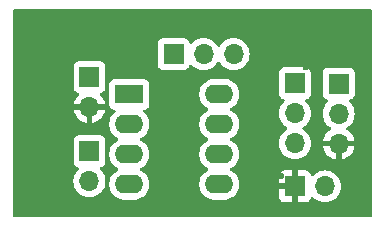
<source format=gbr>
%TF.GenerationSoftware,KiCad,Pcbnew,8.0.6*%
%TF.CreationDate,2024-12-31T17:28:59-06:00*%
%TF.ProjectId,OpAmpDistortion,4f70416d-7044-4697-9374-6f7274696f6e,rev?*%
%TF.SameCoordinates,Original*%
%TF.FileFunction,Copper,L2,Bot*%
%TF.FilePolarity,Positive*%
%FSLAX46Y46*%
G04 Gerber Fmt 4.6, Leading zero omitted, Abs format (unit mm)*
G04 Created by KiCad (PCBNEW 8.0.6) date 2024-12-31 17:28:59*
%MOMM*%
%LPD*%
G01*
G04 APERTURE LIST*
%TA.AperFunction,ComponentPad*%
%ADD10R,1.700000X1.700000*%
%TD*%
%TA.AperFunction,ComponentPad*%
%ADD11O,1.700000X1.700000*%
%TD*%
%TA.AperFunction,ComponentPad*%
%ADD12R,2.400000X1.600000*%
%TD*%
%TA.AperFunction,ComponentPad*%
%ADD13O,2.400000X1.600000*%
%TD*%
%TA.AperFunction,ViaPad*%
%ADD14C,0.600000*%
%TD*%
G04 APERTURE END LIST*
D10*
%TO.P,RV1,1,1*%
%TO.N,Net-(R4-Pad2)*%
X148900000Y-88375000D03*
D11*
%TO.P,RV1,2,2*%
X148900000Y-90915000D03*
%TO.P,RV1,3,3*%
%TO.N,Net-(C5-Pad1)*%
X148900000Y-93455000D03*
%TD*%
D10*
%TO.P,RV3,1,1*%
%TO.N,Net-(R5-Pad2)*%
X138620000Y-85900000D03*
D11*
%TO.P,RV3,2,2*%
X141160000Y-85900000D03*
%TO.P,RV3,3,3*%
%TO.N,Net-(D1-K)*%
X143700000Y-85900000D03*
%TD*%
D10*
%TO.P,J1,1,Pin_1*%
%TO.N,Net-(J1-Pin_1)*%
X131500000Y-87825000D03*
D11*
%TO.P,J1,2,Pin_2*%
%TO.N,GND*%
X131500000Y-90365000D03*
%TD*%
D12*
%TO.P,U1,1*%
%TO.N,Net-(U1A--)*%
X134875000Y-89300000D03*
D13*
%TO.P,U1,2,-*%
X134875000Y-91840000D03*
%TO.P,U1,3,+*%
%TO.N,Net-(U1A-+)*%
X134875000Y-94380000D03*
%TO.P,U1,4,V-*%
%TO.N,Net-(BT1--)*%
X134875000Y-96920000D03*
%TO.P,U1,5,+*%
%TO.N,Net-(U1A--)*%
X142495000Y-96920000D03*
%TO.P,U1,6,-*%
%TO.N,Net-(U1B--)*%
X142495000Y-94380000D03*
%TO.P,U1,7*%
%TO.N,Net-(C5-Pad1)*%
X142495000Y-91840000D03*
%TO.P,U1,8,V+*%
%TO.N,Net-(BT1-+)*%
X142495000Y-89300000D03*
%TD*%
D10*
%TO.P,RV2,1,1*%
%TO.N,Net-(D1-K)*%
X152603200Y-88392000D03*
D11*
%TO.P,RV2,2,2*%
%TO.N,Net-(J2-Pin_2)*%
X152603200Y-90932000D03*
%TO.P,RV2,3,3*%
%TO.N,GND*%
X152603200Y-93472000D03*
%TD*%
D10*
%TO.P,J2,1,Pin_1*%
%TO.N,GND*%
X148900000Y-97100000D03*
D11*
%TO.P,J2,2,Pin_2*%
%TO.N,Net-(J2-Pin_2)*%
X151440000Y-97100000D03*
%TD*%
D10*
%TO.P,BT1,1,+*%
%TO.N,Net-(BT1-+)*%
X131500000Y-94125000D03*
D11*
%TO.P,BT1,2,-*%
%TO.N,Net-(BT1--)*%
X131500000Y-96665000D03*
%TD*%
D14*
%TO.N,GND*%
X146300000Y-94050000D03*
X151079200Y-95199200D03*
X147700000Y-96200000D03*
X129150000Y-89650000D03*
X140000000Y-97500000D03*
X137000000Y-97500000D03*
X139000000Y-97500000D03*
X138000000Y-96500000D03*
X146400000Y-83800000D03*
X149800000Y-87000000D03*
X145049265Y-84149265D03*
X137000000Y-96500000D03*
X139000000Y-95500000D03*
X138000000Y-95500000D03*
X138000000Y-97500000D03*
X150774400Y-92659200D03*
X137000000Y-95500000D03*
X139000000Y-96500000D03*
X140000000Y-95500000D03*
X140000000Y-96500000D03*
%TD*%
%TA.AperFunction,Conductor*%
%TO.N,GND*%
G36*
X155342539Y-82113785D02*
G01*
X155388294Y-82166589D01*
X155399500Y-82218100D01*
X155399500Y-99575500D01*
X155379815Y-99642539D01*
X155327011Y-99688294D01*
X155275500Y-99699500D01*
X125124500Y-99699500D01*
X125057461Y-99679815D01*
X125011706Y-99627011D01*
X125000500Y-99575500D01*
X125000500Y-96664999D01*
X130144341Y-96664999D01*
X130144341Y-96665000D01*
X130164936Y-96900403D01*
X130164938Y-96900413D01*
X130226094Y-97128655D01*
X130226096Y-97128659D01*
X130226097Y-97128663D01*
X130270803Y-97224534D01*
X130325965Y-97342830D01*
X130325967Y-97342834D01*
X130330985Y-97350000D01*
X130461505Y-97536401D01*
X130628599Y-97703495D01*
X130719598Y-97767213D01*
X130822165Y-97839032D01*
X130822167Y-97839033D01*
X130822170Y-97839035D01*
X131036337Y-97938903D01*
X131264592Y-98000063D01*
X131448817Y-98016181D01*
X131499999Y-98020659D01*
X131500000Y-98020659D01*
X131500001Y-98020659D01*
X131539234Y-98017226D01*
X131735408Y-98000063D01*
X131963663Y-97938903D01*
X132177830Y-97839035D01*
X132371401Y-97703495D01*
X132538495Y-97536401D01*
X132674035Y-97342830D01*
X132773903Y-97128663D01*
X132835063Y-96900408D01*
X132855659Y-96665000D01*
X132835063Y-96429592D01*
X132773903Y-96201337D01*
X132674035Y-95987171D01*
X132631178Y-95925965D01*
X132538496Y-95793600D01*
X132489237Y-95744341D01*
X132416567Y-95671671D01*
X132383084Y-95610351D01*
X132388068Y-95540659D01*
X132429939Y-95484725D01*
X132460915Y-95467810D01*
X132592331Y-95418796D01*
X132707546Y-95332546D01*
X132793796Y-95217331D01*
X132844091Y-95082483D01*
X132850500Y-95022873D01*
X132850499Y-93227128D01*
X132844091Y-93167517D01*
X132824619Y-93115311D01*
X132793797Y-93032671D01*
X132793793Y-93032664D01*
X132707547Y-92917455D01*
X132707544Y-92917452D01*
X132592335Y-92831206D01*
X132592328Y-92831202D01*
X132457482Y-92780908D01*
X132457483Y-92780908D01*
X132397883Y-92774501D01*
X132397881Y-92774500D01*
X132397873Y-92774500D01*
X132397864Y-92774500D01*
X130602129Y-92774500D01*
X130602123Y-92774501D01*
X130542516Y-92780908D01*
X130407671Y-92831202D01*
X130407664Y-92831206D01*
X130292455Y-92917452D01*
X130292452Y-92917455D01*
X130206206Y-93032664D01*
X130206202Y-93032671D01*
X130155908Y-93167517D01*
X130150214Y-93220485D01*
X130149501Y-93227123D01*
X130149500Y-93227135D01*
X130149500Y-95022870D01*
X130149501Y-95022876D01*
X130155908Y-95082483D01*
X130206202Y-95217328D01*
X130206206Y-95217335D01*
X130292452Y-95332544D01*
X130292455Y-95332547D01*
X130407664Y-95418793D01*
X130407671Y-95418797D01*
X130539081Y-95467810D01*
X130595015Y-95509681D01*
X130619432Y-95575145D01*
X130604580Y-95643418D01*
X130583430Y-95671673D01*
X130461503Y-95793600D01*
X130325965Y-95987169D01*
X130325964Y-95987171D01*
X130226098Y-96201335D01*
X130226094Y-96201344D01*
X130164938Y-96429586D01*
X130164936Y-96429596D01*
X130144341Y-96664999D01*
X125000500Y-96664999D01*
X125000500Y-86927135D01*
X130149500Y-86927135D01*
X130149500Y-88722870D01*
X130149501Y-88722876D01*
X130155908Y-88782483D01*
X130206202Y-88917328D01*
X130206206Y-88917335D01*
X130292452Y-89032544D01*
X130292455Y-89032547D01*
X130407664Y-89118793D01*
X130407671Y-89118797D01*
X130407674Y-89118798D01*
X130539598Y-89168002D01*
X130595531Y-89209873D01*
X130619949Y-89275337D01*
X130605098Y-89343610D01*
X130583947Y-89371865D01*
X130461886Y-89493926D01*
X130326400Y-89687420D01*
X130326399Y-89687422D01*
X130226570Y-89901507D01*
X130226567Y-89901513D01*
X130169364Y-90114999D01*
X130169364Y-90115000D01*
X131066988Y-90115000D01*
X131034075Y-90172007D01*
X131000000Y-90299174D01*
X131000000Y-90430826D01*
X131034075Y-90557993D01*
X131066988Y-90615000D01*
X130169364Y-90615000D01*
X130226567Y-90828486D01*
X130226570Y-90828492D01*
X130326399Y-91042578D01*
X130461894Y-91236082D01*
X130628917Y-91403105D01*
X130822421Y-91538600D01*
X131036507Y-91638429D01*
X131036516Y-91638433D01*
X131250000Y-91695634D01*
X131250000Y-90798012D01*
X131307007Y-90830925D01*
X131434174Y-90865000D01*
X131565826Y-90865000D01*
X131692993Y-90830925D01*
X131750000Y-90798012D01*
X131750000Y-91695633D01*
X131963483Y-91638433D01*
X131963492Y-91638429D01*
X132177578Y-91538600D01*
X132371082Y-91403105D01*
X132538105Y-91236082D01*
X132673600Y-91042578D01*
X132773429Y-90828492D01*
X132773432Y-90828486D01*
X132830636Y-90615000D01*
X131933012Y-90615000D01*
X131965925Y-90557993D01*
X132000000Y-90430826D01*
X132000000Y-90299174D01*
X131965925Y-90172007D01*
X131933012Y-90115000D01*
X132830636Y-90115000D01*
X132830635Y-90114999D01*
X132773432Y-89901513D01*
X132773429Y-89901507D01*
X132673600Y-89687422D01*
X132673599Y-89687420D01*
X132538113Y-89493926D01*
X132538108Y-89493920D01*
X132416053Y-89371865D01*
X132382568Y-89310542D01*
X132387552Y-89240850D01*
X132429424Y-89184917D01*
X132460400Y-89168002D01*
X132592331Y-89118796D01*
X132707546Y-89032546D01*
X132793796Y-88917331D01*
X132844091Y-88782483D01*
X132850500Y-88722873D01*
X132850500Y-88452135D01*
X133174500Y-88452135D01*
X133174500Y-90147870D01*
X133174501Y-90147876D01*
X133180908Y-90207483D01*
X133231202Y-90342328D01*
X133231206Y-90342335D01*
X133317452Y-90457544D01*
X133317455Y-90457547D01*
X133432664Y-90543793D01*
X133432671Y-90543797D01*
X133470733Y-90557993D01*
X133567517Y-90594091D01*
X133604441Y-90598060D01*
X133668989Y-90624796D01*
X133708838Y-90682188D01*
X133711333Y-90752013D01*
X133675681Y-90812102D01*
X133664071Y-90821666D01*
X133627784Y-90848030D01*
X133483028Y-90992786D01*
X133362715Y-91158386D01*
X133269781Y-91340776D01*
X133206522Y-91535465D01*
X133174500Y-91737648D01*
X133174500Y-91942351D01*
X133206522Y-92144534D01*
X133269781Y-92339223D01*
X133362715Y-92521613D01*
X133483028Y-92687213D01*
X133627786Y-92831971D01*
X133745443Y-92917452D01*
X133793390Y-92952287D01*
X133870026Y-92991335D01*
X133886080Y-92999515D01*
X133936876Y-93047490D01*
X133953671Y-93115311D01*
X133931134Y-93181446D01*
X133886080Y-93220485D01*
X133793386Y-93267715D01*
X133627786Y-93388028D01*
X133483028Y-93532786D01*
X133362715Y-93698386D01*
X133269781Y-93880776D01*
X133206522Y-94075465D01*
X133174500Y-94277648D01*
X133174500Y-94482351D01*
X133206522Y-94684534D01*
X133269781Y-94879223D01*
X133333691Y-95004653D01*
X133342975Y-95022873D01*
X133362715Y-95061613D01*
X133483028Y-95227213D01*
X133627786Y-95371971D01*
X133759700Y-95467810D01*
X133793390Y-95492287D01*
X133884840Y-95538883D01*
X133886080Y-95539515D01*
X133936876Y-95587490D01*
X133953671Y-95655311D01*
X133931134Y-95721446D01*
X133886080Y-95760485D01*
X133793386Y-95807715D01*
X133627786Y-95928028D01*
X133483028Y-96072786D01*
X133362715Y-96238386D01*
X133269781Y-96420776D01*
X133206522Y-96615465D01*
X133178405Y-96792993D01*
X133174500Y-96817648D01*
X133174500Y-97022352D01*
X133178878Y-97049995D01*
X133206522Y-97224534D01*
X133269781Y-97419223D01*
X133362715Y-97601613D01*
X133483028Y-97767213D01*
X133627786Y-97911971D01*
X133749034Y-98000061D01*
X133793390Y-98032287D01*
X133909607Y-98091503D01*
X133975776Y-98125218D01*
X133975778Y-98125218D01*
X133975781Y-98125220D01*
X134080137Y-98159127D01*
X134170465Y-98188477D01*
X134271557Y-98204488D01*
X134372648Y-98220500D01*
X134372649Y-98220500D01*
X135377351Y-98220500D01*
X135377352Y-98220500D01*
X135579534Y-98188477D01*
X135774219Y-98125220D01*
X135956610Y-98032287D01*
X136049590Y-97964732D01*
X136122213Y-97911971D01*
X136122215Y-97911968D01*
X136122219Y-97911966D01*
X136266966Y-97767219D01*
X136266968Y-97767215D01*
X136266971Y-97767213D01*
X136319732Y-97694590D01*
X136387287Y-97601610D01*
X136480220Y-97419219D01*
X136543477Y-97224534D01*
X136575500Y-97022352D01*
X136575500Y-96817648D01*
X136551323Y-96665000D01*
X136543477Y-96615465D01*
X136483081Y-96429586D01*
X136480220Y-96420781D01*
X136480218Y-96420778D01*
X136480218Y-96420776D01*
X136446503Y-96354607D01*
X136387287Y-96238390D01*
X136371967Y-96217303D01*
X136266971Y-96072786D01*
X136122213Y-95928028D01*
X135956614Y-95807715D01*
X135950006Y-95804348D01*
X135863917Y-95760483D01*
X135813123Y-95712511D01*
X135796328Y-95644690D01*
X135818865Y-95578555D01*
X135863917Y-95539516D01*
X135956610Y-95492287D01*
X135990300Y-95467810D01*
X136122213Y-95371971D01*
X136122215Y-95371968D01*
X136122219Y-95371966D01*
X136266966Y-95227219D01*
X136266968Y-95227215D01*
X136266971Y-95227213D01*
X136319732Y-95154590D01*
X136387287Y-95061610D01*
X136480220Y-94879219D01*
X136543477Y-94684534D01*
X136575500Y-94482352D01*
X136575500Y-94277648D01*
X136543477Y-94075466D01*
X136480220Y-93880781D01*
X136480218Y-93880778D01*
X136480218Y-93880776D01*
X136428363Y-93779007D01*
X136387287Y-93698390D01*
X136363023Y-93664993D01*
X136266971Y-93532786D01*
X136122213Y-93388028D01*
X135956614Y-93267715D01*
X135950006Y-93264348D01*
X135863917Y-93220483D01*
X135813123Y-93172511D01*
X135796328Y-93104690D01*
X135818865Y-93038555D01*
X135863917Y-92999516D01*
X135956610Y-92952287D01*
X136004557Y-92917452D01*
X136122213Y-92831971D01*
X136122215Y-92831968D01*
X136122219Y-92831966D01*
X136266966Y-92687219D01*
X136266968Y-92687215D01*
X136266971Y-92687213D01*
X136329665Y-92600920D01*
X136387287Y-92521610D01*
X136480220Y-92339219D01*
X136543477Y-92144534D01*
X136575500Y-91942352D01*
X136575500Y-91737648D01*
X136552563Y-91592830D01*
X136543477Y-91535465D01*
X136500470Y-91403105D01*
X136480220Y-91340781D01*
X136480218Y-91340778D01*
X136480218Y-91340776D01*
X136391884Y-91167413D01*
X136387287Y-91158390D01*
X136379556Y-91147749D01*
X136266971Y-90992786D01*
X136122219Y-90848034D01*
X136098670Y-90830925D01*
X136085929Y-90821668D01*
X136043264Y-90766339D01*
X136037285Y-90696726D01*
X136069890Y-90634931D01*
X136130728Y-90600573D01*
X136145562Y-90598060D01*
X136182483Y-90594091D01*
X136317328Y-90543797D01*
X136317327Y-90543797D01*
X136317331Y-90543796D01*
X136432546Y-90457546D01*
X136518796Y-90342331D01*
X136569091Y-90207483D01*
X136575500Y-90147873D01*
X136575499Y-89197648D01*
X140794500Y-89197648D01*
X140794500Y-89402351D01*
X140826522Y-89604534D01*
X140889781Y-89799223D01*
X140920928Y-89860351D01*
X140974199Y-89964901D01*
X140982715Y-89981613D01*
X141103028Y-90147213D01*
X141247786Y-90291971D01*
X141402749Y-90404556D01*
X141413390Y-90412287D01*
X141490026Y-90451335D01*
X141506080Y-90459515D01*
X141556876Y-90507490D01*
X141573671Y-90575311D01*
X141551134Y-90641446D01*
X141506080Y-90680485D01*
X141413386Y-90727715D01*
X141247786Y-90848028D01*
X141103028Y-90992786D01*
X140982715Y-91158386D01*
X140889781Y-91340776D01*
X140826522Y-91535465D01*
X140794500Y-91737648D01*
X140794500Y-91942351D01*
X140826522Y-92144534D01*
X140889781Y-92339223D01*
X140982715Y-92521613D01*
X141103028Y-92687213D01*
X141247786Y-92831971D01*
X141365443Y-92917452D01*
X141413390Y-92952287D01*
X141490026Y-92991335D01*
X141506080Y-92999515D01*
X141556876Y-93047490D01*
X141573671Y-93115311D01*
X141551134Y-93181446D01*
X141506080Y-93220485D01*
X141413386Y-93267715D01*
X141247786Y-93388028D01*
X141103028Y-93532786D01*
X140982715Y-93698386D01*
X140889781Y-93880776D01*
X140826522Y-94075465D01*
X140794500Y-94277648D01*
X140794500Y-94482351D01*
X140826522Y-94684534D01*
X140889781Y-94879223D01*
X140953691Y-95004653D01*
X140962975Y-95022873D01*
X140982715Y-95061613D01*
X141103028Y-95227213D01*
X141247786Y-95371971D01*
X141379700Y-95467810D01*
X141413390Y-95492287D01*
X141504840Y-95538883D01*
X141506080Y-95539515D01*
X141556876Y-95587490D01*
X141573671Y-95655311D01*
X141551134Y-95721446D01*
X141506080Y-95760485D01*
X141413386Y-95807715D01*
X141247786Y-95928028D01*
X141103028Y-96072786D01*
X140982715Y-96238386D01*
X140889781Y-96420776D01*
X140826522Y-96615465D01*
X140798405Y-96792993D01*
X140794500Y-96817648D01*
X140794500Y-97022352D01*
X140798878Y-97049995D01*
X140826522Y-97224534D01*
X140889781Y-97419223D01*
X140982715Y-97601613D01*
X141103028Y-97767213D01*
X141247786Y-97911971D01*
X141369034Y-98000061D01*
X141413390Y-98032287D01*
X141529607Y-98091503D01*
X141595776Y-98125218D01*
X141595778Y-98125218D01*
X141595781Y-98125220D01*
X141700137Y-98159127D01*
X141790465Y-98188477D01*
X141891557Y-98204488D01*
X141992648Y-98220500D01*
X141992649Y-98220500D01*
X142997351Y-98220500D01*
X142997352Y-98220500D01*
X143199534Y-98188477D01*
X143394219Y-98125220D01*
X143576610Y-98032287D01*
X143669590Y-97964732D01*
X143742213Y-97911971D01*
X143742215Y-97911968D01*
X143742219Y-97911966D01*
X143886966Y-97767219D01*
X143886968Y-97767215D01*
X143886971Y-97767213D01*
X143939732Y-97694590D01*
X144007287Y-97601610D01*
X144100220Y-97419219D01*
X144163477Y-97224534D01*
X144195500Y-97022352D01*
X144195500Y-96817648D01*
X144171323Y-96665000D01*
X144163477Y-96615465D01*
X144103081Y-96429586D01*
X144100220Y-96420781D01*
X144100218Y-96420778D01*
X144100218Y-96420776D01*
X144066503Y-96354607D01*
X144007287Y-96238390D01*
X143991967Y-96217303D01*
X143980962Y-96202155D01*
X147550000Y-96202155D01*
X147550000Y-96850000D01*
X148466988Y-96850000D01*
X148434075Y-96907007D01*
X148400000Y-97034174D01*
X148400000Y-97165826D01*
X148434075Y-97292993D01*
X148466988Y-97350000D01*
X147550000Y-97350000D01*
X147550000Y-97997844D01*
X147556401Y-98057372D01*
X147556403Y-98057379D01*
X147606645Y-98192086D01*
X147606649Y-98192093D01*
X147692809Y-98307187D01*
X147692812Y-98307190D01*
X147807906Y-98393350D01*
X147807913Y-98393354D01*
X147942620Y-98443596D01*
X147942627Y-98443598D01*
X148002155Y-98449999D01*
X148002172Y-98450000D01*
X148650000Y-98450000D01*
X148650000Y-97533012D01*
X148707007Y-97565925D01*
X148834174Y-97600000D01*
X148965826Y-97600000D01*
X149092993Y-97565925D01*
X149150000Y-97533012D01*
X149150000Y-98450000D01*
X149797828Y-98450000D01*
X149797844Y-98449999D01*
X149857372Y-98443598D01*
X149857379Y-98443596D01*
X149992086Y-98393354D01*
X149992093Y-98393350D01*
X150107187Y-98307190D01*
X150107190Y-98307187D01*
X150193350Y-98192093D01*
X150193354Y-98192086D01*
X150242422Y-98060529D01*
X150284293Y-98004595D01*
X150349757Y-97980178D01*
X150418030Y-97995030D01*
X150446285Y-98016181D01*
X150568599Y-98138495D01*
X150639981Y-98188477D01*
X150762165Y-98274032D01*
X150762167Y-98274033D01*
X150762170Y-98274035D01*
X150976337Y-98373903D01*
X151204592Y-98435063D01*
X151375319Y-98450000D01*
X151439999Y-98455659D01*
X151440000Y-98455659D01*
X151440001Y-98455659D01*
X151504681Y-98450000D01*
X151675408Y-98435063D01*
X151903663Y-98373903D01*
X152117830Y-98274035D01*
X152311401Y-98138495D01*
X152478495Y-97971401D01*
X152614035Y-97777830D01*
X152713903Y-97563663D01*
X152775063Y-97335408D01*
X152795659Y-97100000D01*
X152775063Y-96864592D01*
X152713903Y-96636337D01*
X152614035Y-96422171D01*
X152613059Y-96420776D01*
X152478494Y-96228597D01*
X152311402Y-96061506D01*
X152311395Y-96061501D01*
X152117834Y-95925967D01*
X152117830Y-95925965D01*
X152046727Y-95892809D01*
X151903663Y-95826097D01*
X151903659Y-95826096D01*
X151903655Y-95826094D01*
X151675413Y-95764938D01*
X151675403Y-95764936D01*
X151440001Y-95744341D01*
X151439999Y-95744341D01*
X151204596Y-95764936D01*
X151204586Y-95764938D01*
X150976344Y-95826094D01*
X150976335Y-95826098D01*
X150762171Y-95925964D01*
X150762169Y-95925965D01*
X150568600Y-96061503D01*
X150446284Y-96183819D01*
X150384961Y-96217303D01*
X150315269Y-96212319D01*
X150259336Y-96170447D01*
X150242421Y-96139470D01*
X150193354Y-96007913D01*
X150193350Y-96007906D01*
X150107190Y-95892812D01*
X150107187Y-95892809D01*
X149992093Y-95806649D01*
X149992086Y-95806645D01*
X149857379Y-95756403D01*
X149857372Y-95756401D01*
X149797844Y-95750000D01*
X149150000Y-95750000D01*
X149150000Y-96666988D01*
X149092993Y-96634075D01*
X148965826Y-96600000D01*
X148834174Y-96600000D01*
X148707007Y-96634075D01*
X148650000Y-96666988D01*
X148650000Y-95750000D01*
X148002155Y-95750000D01*
X147942627Y-95756401D01*
X147942620Y-95756403D01*
X147807913Y-95806645D01*
X147807906Y-95806649D01*
X147692812Y-95892809D01*
X147692809Y-95892812D01*
X147606649Y-96007906D01*
X147606645Y-96007913D01*
X147556403Y-96142620D01*
X147556401Y-96142627D01*
X147550000Y-96202155D01*
X143980962Y-96202155D01*
X143886971Y-96072786D01*
X143742213Y-95928028D01*
X143576614Y-95807715D01*
X143570006Y-95804348D01*
X143483917Y-95760483D01*
X143433123Y-95712511D01*
X143416328Y-95644690D01*
X143438865Y-95578555D01*
X143483917Y-95539516D01*
X143576610Y-95492287D01*
X143610300Y-95467810D01*
X143742213Y-95371971D01*
X143742215Y-95371968D01*
X143742219Y-95371966D01*
X143886966Y-95227219D01*
X143886968Y-95227215D01*
X143886971Y-95227213D01*
X143939732Y-95154590D01*
X144007287Y-95061610D01*
X144100220Y-94879219D01*
X144163477Y-94684534D01*
X144195500Y-94482352D01*
X144195500Y-94277648D01*
X144163477Y-94075466D01*
X144100220Y-93880781D01*
X144100218Y-93880778D01*
X144100218Y-93880776D01*
X144048363Y-93779007D01*
X144007287Y-93698390D01*
X143983023Y-93664993D01*
X143886971Y-93532786D01*
X143742213Y-93388028D01*
X143576614Y-93267715D01*
X143570006Y-93264348D01*
X143483917Y-93220483D01*
X143433123Y-93172511D01*
X143416328Y-93104690D01*
X143438865Y-93038555D01*
X143483917Y-92999516D01*
X143576610Y-92952287D01*
X143624557Y-92917452D01*
X143742213Y-92831971D01*
X143742215Y-92831968D01*
X143742219Y-92831966D01*
X143886966Y-92687219D01*
X143886968Y-92687215D01*
X143886971Y-92687213D01*
X143949665Y-92600920D01*
X144007287Y-92521610D01*
X144100220Y-92339219D01*
X144163477Y-92144534D01*
X144195500Y-91942352D01*
X144195500Y-91737648D01*
X144172563Y-91592830D01*
X144163477Y-91535465D01*
X144120470Y-91403105D01*
X144100220Y-91340781D01*
X144100218Y-91340778D01*
X144100218Y-91340776D01*
X144011884Y-91167413D01*
X144007287Y-91158390D01*
X143999556Y-91147749D01*
X143886971Y-90992786D01*
X143809184Y-90914999D01*
X147544341Y-90914999D01*
X147544341Y-90915000D01*
X147564936Y-91150403D01*
X147564938Y-91150413D01*
X147626094Y-91378655D01*
X147626096Y-91378659D01*
X147626097Y-91378663D01*
X147634025Y-91395664D01*
X147725965Y-91592830D01*
X147725967Y-91592834D01*
X147861501Y-91786395D01*
X147861506Y-91786402D01*
X148028597Y-91953493D01*
X148028603Y-91953498D01*
X148214158Y-92083425D01*
X148257783Y-92138002D01*
X148264977Y-92207500D01*
X148233454Y-92269855D01*
X148214158Y-92286575D01*
X148028597Y-92416505D01*
X147861505Y-92583597D01*
X147725965Y-92777169D01*
X147725964Y-92777171D01*
X147626098Y-92991335D01*
X147626094Y-92991344D01*
X147564938Y-93219586D01*
X147564936Y-93219596D01*
X147544341Y-93454999D01*
X147544341Y-93455000D01*
X147564936Y-93690403D01*
X147564938Y-93690413D01*
X147626094Y-93918655D01*
X147626096Y-93918659D01*
X147626097Y-93918663D01*
X147650969Y-93972000D01*
X147725965Y-94132830D01*
X147725967Y-94132834D01*
X147827368Y-94277648D01*
X147861505Y-94326401D01*
X148028599Y-94493495D01*
X148052321Y-94510105D01*
X148222165Y-94629032D01*
X148222167Y-94629033D01*
X148222170Y-94629035D01*
X148436337Y-94728903D01*
X148664592Y-94790063D01*
X148852918Y-94806539D01*
X148899999Y-94810659D01*
X148900000Y-94810659D01*
X148900001Y-94810659D01*
X148939234Y-94807226D01*
X149135408Y-94790063D01*
X149363663Y-94728903D01*
X149577830Y-94629035D01*
X149771401Y-94493495D01*
X149938495Y-94326401D01*
X150074035Y-94132830D01*
X150173903Y-93918663D01*
X150235063Y-93690408D01*
X150255659Y-93455000D01*
X150235063Y-93219592D01*
X150173903Y-92991337D01*
X150074035Y-92777171D01*
X150072166Y-92774501D01*
X149938494Y-92583597D01*
X149771402Y-92416506D01*
X149771396Y-92416501D01*
X149585842Y-92286575D01*
X149542217Y-92231998D01*
X149535023Y-92162500D01*
X149566546Y-92100145D01*
X149585842Y-92083425D01*
X149747118Y-91970498D01*
X149771401Y-91953495D01*
X149938495Y-91786401D01*
X150074035Y-91592830D01*
X150173903Y-91378663D01*
X150235063Y-91150408D01*
X150254172Y-90931999D01*
X151247541Y-90931999D01*
X151247541Y-90932000D01*
X151268136Y-91167403D01*
X151268138Y-91167413D01*
X151329294Y-91395655D01*
X151329296Y-91395659D01*
X151329297Y-91395663D01*
X151395950Y-91538600D01*
X151429165Y-91609830D01*
X151429167Y-91609834D01*
X151518664Y-91737648D01*
X151564705Y-91803401D01*
X151731799Y-91970495D01*
X151916958Y-92100145D01*
X151917794Y-92100730D01*
X151961419Y-92155307D01*
X151968613Y-92224805D01*
X151937090Y-92287160D01*
X151917795Y-92303880D01*
X151732122Y-92433890D01*
X151732120Y-92433891D01*
X151565091Y-92600920D01*
X151565086Y-92600926D01*
X151429600Y-92794420D01*
X151429599Y-92794422D01*
X151329770Y-93008507D01*
X151329767Y-93008513D01*
X151272564Y-93221999D01*
X151272564Y-93222000D01*
X152170188Y-93222000D01*
X152137275Y-93279007D01*
X152103200Y-93406174D01*
X152103200Y-93537826D01*
X152137275Y-93664993D01*
X152170188Y-93722000D01*
X151272564Y-93722000D01*
X151329767Y-93935486D01*
X151329770Y-93935492D01*
X151429599Y-94149578D01*
X151565094Y-94343082D01*
X151732117Y-94510105D01*
X151925621Y-94645600D01*
X152139707Y-94745429D01*
X152139716Y-94745433D01*
X152353200Y-94802634D01*
X152353200Y-93905012D01*
X152410207Y-93937925D01*
X152537374Y-93972000D01*
X152669026Y-93972000D01*
X152796193Y-93937925D01*
X152853200Y-93905012D01*
X152853200Y-94802633D01*
X153066683Y-94745433D01*
X153066692Y-94745429D01*
X153280778Y-94645600D01*
X153474282Y-94510105D01*
X153641305Y-94343082D01*
X153776800Y-94149578D01*
X153876629Y-93935492D01*
X153876632Y-93935486D01*
X153933836Y-93722000D01*
X153036212Y-93722000D01*
X153069125Y-93664993D01*
X153103200Y-93537826D01*
X153103200Y-93406174D01*
X153069125Y-93279007D01*
X153036212Y-93222000D01*
X153933836Y-93222000D01*
X153933835Y-93221999D01*
X153876632Y-93008513D01*
X153876629Y-93008507D01*
X153776800Y-92794422D01*
X153776799Y-92794420D01*
X153641313Y-92600926D01*
X153641308Y-92600920D01*
X153474278Y-92433890D01*
X153288605Y-92303879D01*
X153244980Y-92249302D01*
X153237788Y-92179804D01*
X153269310Y-92117449D01*
X153288606Y-92100730D01*
X153474601Y-91970495D01*
X153641695Y-91803401D01*
X153777235Y-91609830D01*
X153877103Y-91395663D01*
X153938263Y-91167408D01*
X153958859Y-90932000D01*
X153938263Y-90696592D01*
X153877103Y-90468337D01*
X153777235Y-90254171D01*
X153765330Y-90237169D01*
X153641696Y-90060600D01*
X153624695Y-90043599D01*
X153519767Y-89938671D01*
X153486284Y-89877351D01*
X153491268Y-89807659D01*
X153533139Y-89751725D01*
X153564115Y-89734810D01*
X153695531Y-89685796D01*
X153810746Y-89599546D01*
X153896996Y-89484331D01*
X153947291Y-89349483D01*
X153953700Y-89289873D01*
X153953699Y-87494128D01*
X153947291Y-87434517D01*
X153940950Y-87417517D01*
X153896997Y-87299671D01*
X153896993Y-87299664D01*
X153810747Y-87184455D01*
X153810744Y-87184452D01*
X153695535Y-87098206D01*
X153695528Y-87098202D01*
X153560682Y-87047908D01*
X153560683Y-87047908D01*
X153501083Y-87041501D01*
X153501081Y-87041500D01*
X153501073Y-87041500D01*
X153501064Y-87041500D01*
X151705329Y-87041500D01*
X151705323Y-87041501D01*
X151645716Y-87047908D01*
X151510871Y-87098202D01*
X151510864Y-87098206D01*
X151395655Y-87184452D01*
X151395652Y-87184455D01*
X151309406Y-87299664D01*
X151309402Y-87299671D01*
X151259108Y-87434517D01*
X151252701Y-87494116D01*
X151252701Y-87494123D01*
X151252700Y-87494135D01*
X151252700Y-89289870D01*
X151252701Y-89289876D01*
X151259108Y-89349483D01*
X151309402Y-89484328D01*
X151309406Y-89484335D01*
X151395652Y-89599544D01*
X151395655Y-89599547D01*
X151510864Y-89685793D01*
X151510871Y-89685797D01*
X151642281Y-89734810D01*
X151698215Y-89776681D01*
X151722632Y-89842145D01*
X151707780Y-89910418D01*
X151686630Y-89938673D01*
X151564703Y-90060600D01*
X151429165Y-90254169D01*
X151429164Y-90254171D01*
X151388053Y-90342335D01*
X151334329Y-90457547D01*
X151329298Y-90468335D01*
X151329294Y-90468344D01*
X151268138Y-90696586D01*
X151268136Y-90696596D01*
X151247541Y-90931999D01*
X150254172Y-90931999D01*
X150255659Y-90915000D01*
X150235063Y-90679592D01*
X150173903Y-90451337D01*
X150074035Y-90237171D01*
X150053247Y-90207483D01*
X149938496Y-90043600D01*
X149938495Y-90043599D01*
X149816567Y-89921671D01*
X149783084Y-89860351D01*
X149788068Y-89790659D01*
X149829939Y-89734725D01*
X149860915Y-89717810D01*
X149992331Y-89668796D01*
X150107546Y-89582546D01*
X150193796Y-89467331D01*
X150244091Y-89332483D01*
X150250500Y-89272873D01*
X150250499Y-87477128D01*
X150244091Y-87417517D01*
X150200137Y-87299671D01*
X150193797Y-87282671D01*
X150193793Y-87282664D01*
X150107547Y-87167455D01*
X150107544Y-87167452D01*
X149992335Y-87081206D01*
X149992328Y-87081202D01*
X149857482Y-87030908D01*
X149857483Y-87030908D01*
X149797883Y-87024501D01*
X149797881Y-87024500D01*
X149797873Y-87024500D01*
X149797864Y-87024500D01*
X148002129Y-87024500D01*
X148002123Y-87024501D01*
X147942516Y-87030908D01*
X147807671Y-87081202D01*
X147807664Y-87081206D01*
X147692455Y-87167452D01*
X147692452Y-87167455D01*
X147606206Y-87282664D01*
X147606202Y-87282671D01*
X147555908Y-87417517D01*
X147549501Y-87477116D01*
X147549501Y-87477123D01*
X147549500Y-87477135D01*
X147549500Y-89272870D01*
X147549501Y-89272876D01*
X147555908Y-89332483D01*
X147606202Y-89467328D01*
X147606206Y-89467335D01*
X147692452Y-89582544D01*
X147692455Y-89582547D01*
X147807664Y-89668793D01*
X147807671Y-89668797D01*
X147939081Y-89717810D01*
X147995015Y-89759681D01*
X148019432Y-89825145D01*
X148004580Y-89893418D01*
X147983430Y-89921673D01*
X147861503Y-90043600D01*
X147725965Y-90237169D01*
X147725964Y-90237171D01*
X147626098Y-90451335D01*
X147626094Y-90451344D01*
X147564938Y-90679586D01*
X147564936Y-90679596D01*
X147544341Y-90914999D01*
X143809184Y-90914999D01*
X143742213Y-90848028D01*
X143576614Y-90727715D01*
X143570006Y-90724348D01*
X143483917Y-90680483D01*
X143433123Y-90632511D01*
X143416328Y-90564690D01*
X143438865Y-90498555D01*
X143483917Y-90459516D01*
X143576610Y-90412287D01*
X143597770Y-90396913D01*
X143742213Y-90291971D01*
X143742215Y-90291968D01*
X143742219Y-90291966D01*
X143886966Y-90147219D01*
X143886968Y-90147215D01*
X143886971Y-90147213D01*
X143949898Y-90060600D01*
X144007287Y-89981610D01*
X144100220Y-89799219D01*
X144163477Y-89604534D01*
X144195500Y-89402352D01*
X144195500Y-89197648D01*
X144163477Y-88995466D01*
X144100220Y-88800781D01*
X144100218Y-88800778D01*
X144100218Y-88800776D01*
X144060519Y-88722864D01*
X144007287Y-88618390D01*
X143999556Y-88607749D01*
X143886971Y-88452786D01*
X143742213Y-88308028D01*
X143576613Y-88187715D01*
X143576612Y-88187714D01*
X143576610Y-88187713D01*
X143519653Y-88158691D01*
X143394223Y-88094781D01*
X143199534Y-88031522D01*
X143024995Y-88003878D01*
X142997352Y-87999500D01*
X141992648Y-87999500D01*
X141968329Y-88003351D01*
X141790465Y-88031522D01*
X141595776Y-88094781D01*
X141413386Y-88187715D01*
X141247786Y-88308028D01*
X141103028Y-88452786D01*
X140982715Y-88618386D01*
X140889781Y-88800776D01*
X140826522Y-88995465D01*
X140794500Y-89197648D01*
X136575499Y-89197648D01*
X136575499Y-88452128D01*
X136569091Y-88392517D01*
X136518796Y-88257669D01*
X136518795Y-88257668D01*
X136518793Y-88257664D01*
X136432547Y-88142455D01*
X136432544Y-88142452D01*
X136317335Y-88056206D01*
X136317328Y-88056202D01*
X136182482Y-88005908D01*
X136182483Y-88005908D01*
X136122883Y-87999501D01*
X136122881Y-87999500D01*
X136122873Y-87999500D01*
X136122864Y-87999500D01*
X133627129Y-87999500D01*
X133627123Y-87999501D01*
X133567516Y-88005908D01*
X133432671Y-88056202D01*
X133432664Y-88056206D01*
X133317455Y-88142452D01*
X133317452Y-88142455D01*
X133231206Y-88257664D01*
X133231202Y-88257671D01*
X133180908Y-88392517D01*
X133174501Y-88452116D01*
X133174501Y-88452123D01*
X133174500Y-88452135D01*
X132850500Y-88452135D01*
X132850499Y-86927128D01*
X132844091Y-86867517D01*
X132841629Y-86860917D01*
X132793797Y-86732671D01*
X132793793Y-86732664D01*
X132707547Y-86617455D01*
X132707544Y-86617452D01*
X132592335Y-86531206D01*
X132592328Y-86531202D01*
X132457482Y-86480908D01*
X132457483Y-86480908D01*
X132397883Y-86474501D01*
X132397881Y-86474500D01*
X132397873Y-86474500D01*
X132397864Y-86474500D01*
X130602129Y-86474500D01*
X130602123Y-86474501D01*
X130542516Y-86480908D01*
X130407671Y-86531202D01*
X130407664Y-86531206D01*
X130292455Y-86617452D01*
X130292452Y-86617455D01*
X130206206Y-86732664D01*
X130206202Y-86732671D01*
X130155908Y-86867517D01*
X130149501Y-86927116D01*
X130149501Y-86927123D01*
X130149500Y-86927135D01*
X125000500Y-86927135D01*
X125000500Y-85002135D01*
X137269500Y-85002135D01*
X137269500Y-86797870D01*
X137269501Y-86797876D01*
X137275908Y-86857483D01*
X137326202Y-86992328D01*
X137326206Y-86992335D01*
X137412452Y-87107544D01*
X137412455Y-87107547D01*
X137527664Y-87193793D01*
X137527671Y-87193797D01*
X137662517Y-87244091D01*
X137662516Y-87244091D01*
X137669444Y-87244835D01*
X137722127Y-87250500D01*
X139517872Y-87250499D01*
X139577483Y-87244091D01*
X139712331Y-87193796D01*
X139827546Y-87107546D01*
X139913796Y-86992331D01*
X139962810Y-86860916D01*
X140004681Y-86804984D01*
X140070145Y-86780566D01*
X140138418Y-86795417D01*
X140166673Y-86816569D01*
X140288599Y-86938495D01*
X140385384Y-87006265D01*
X140482165Y-87074032D01*
X140482167Y-87074033D01*
X140482170Y-87074035D01*
X140696337Y-87173903D01*
X140924592Y-87235063D01*
X141101034Y-87250500D01*
X141159999Y-87255659D01*
X141160000Y-87255659D01*
X141160001Y-87255659D01*
X141218966Y-87250500D01*
X141395408Y-87235063D01*
X141623663Y-87173903D01*
X141837830Y-87074035D01*
X142031401Y-86938495D01*
X142198495Y-86771401D01*
X142328425Y-86585842D01*
X142383002Y-86542217D01*
X142452500Y-86535023D01*
X142514855Y-86566546D01*
X142531575Y-86585842D01*
X142661500Y-86771395D01*
X142661505Y-86771401D01*
X142828599Y-86938495D01*
X142925384Y-87006265D01*
X143022165Y-87074032D01*
X143022167Y-87074033D01*
X143022170Y-87074035D01*
X143236337Y-87173903D01*
X143464592Y-87235063D01*
X143641034Y-87250500D01*
X143699999Y-87255659D01*
X143700000Y-87255659D01*
X143700001Y-87255659D01*
X143758966Y-87250500D01*
X143935408Y-87235063D01*
X144163663Y-87173903D01*
X144377830Y-87074035D01*
X144571401Y-86938495D01*
X144738495Y-86771401D01*
X144874035Y-86577830D01*
X144973903Y-86363663D01*
X145035063Y-86135408D01*
X145055659Y-85900000D01*
X145035063Y-85664592D01*
X144973903Y-85436337D01*
X144874035Y-85222171D01*
X144868425Y-85214158D01*
X144738494Y-85028597D01*
X144571402Y-84861506D01*
X144571395Y-84861501D01*
X144377834Y-84725967D01*
X144377830Y-84725965D01*
X144377828Y-84725964D01*
X144163663Y-84626097D01*
X144163659Y-84626096D01*
X144163655Y-84626094D01*
X143935413Y-84564938D01*
X143935403Y-84564936D01*
X143700001Y-84544341D01*
X143699999Y-84544341D01*
X143464596Y-84564936D01*
X143464586Y-84564938D01*
X143236344Y-84626094D01*
X143236335Y-84626098D01*
X143022171Y-84725964D01*
X143022169Y-84725965D01*
X142828597Y-84861505D01*
X142661505Y-85028597D01*
X142531575Y-85214158D01*
X142476998Y-85257783D01*
X142407500Y-85264977D01*
X142345145Y-85233454D01*
X142328425Y-85214158D01*
X142198494Y-85028597D01*
X142031402Y-84861506D01*
X142031395Y-84861501D01*
X141837834Y-84725967D01*
X141837830Y-84725965D01*
X141837828Y-84725964D01*
X141623663Y-84626097D01*
X141623659Y-84626096D01*
X141623655Y-84626094D01*
X141395413Y-84564938D01*
X141395403Y-84564936D01*
X141160001Y-84544341D01*
X141159999Y-84544341D01*
X140924596Y-84564936D01*
X140924586Y-84564938D01*
X140696344Y-84626094D01*
X140696335Y-84626098D01*
X140482171Y-84725964D01*
X140482169Y-84725965D01*
X140288600Y-84861503D01*
X140166673Y-84983430D01*
X140105350Y-85016914D01*
X140035658Y-85011930D01*
X139979725Y-84970058D01*
X139962810Y-84939081D01*
X139913797Y-84807671D01*
X139913793Y-84807664D01*
X139827547Y-84692455D01*
X139827544Y-84692452D01*
X139712335Y-84606206D01*
X139712328Y-84606202D01*
X139577482Y-84555908D01*
X139577483Y-84555908D01*
X139517883Y-84549501D01*
X139517881Y-84549500D01*
X139517873Y-84549500D01*
X139517864Y-84549500D01*
X137722129Y-84549500D01*
X137722123Y-84549501D01*
X137662516Y-84555908D01*
X137527671Y-84606202D01*
X137527664Y-84606206D01*
X137412455Y-84692452D01*
X137412452Y-84692455D01*
X137326206Y-84807664D01*
X137326202Y-84807671D01*
X137275908Y-84942517D01*
X137269501Y-85002116D01*
X137269500Y-85002135D01*
X125000500Y-85002135D01*
X125000500Y-82218100D01*
X125020185Y-82151061D01*
X125072989Y-82105306D01*
X125124500Y-82094100D01*
X155275500Y-82094100D01*
X155342539Y-82113785D01*
G37*
%TD.AperFunction*%
%TD*%
M02*

</source>
